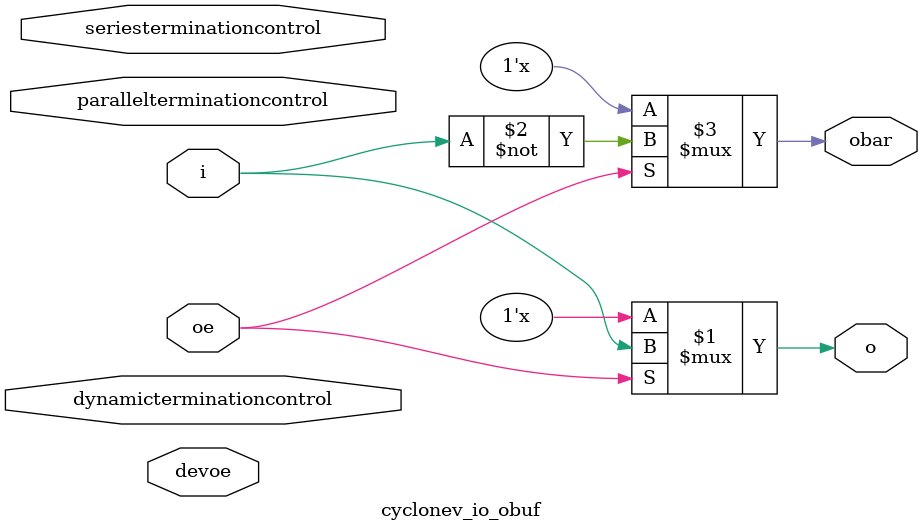
<source format=v>

module cyclonev_io_ibuf (
   i,
   o,
   dynamicterminationcontrol,
   ibar
);
parameter    bus_hold          = "false";
parameter    differential_mode = "false";
parameter    lpm_type          = "cyclonev_io_ibuf";

input        i;
output       o;
input        dynamicterminationcontrol;
input        ibar;

assign o = i;

endmodule


//
// OUTPUT BUFFER
//
module cyclonev_io_obuf (
   i,
   o,
   obar,
   oe,
   dynamicterminationcontrol,
   parallelterminationcontrol,
   seriesterminationcontrol,
   devoe
);

parameter    bus_hold          = "false";
parameter    open_drain_output = "false";
parameter    lpm_type          = "cyclonev_io_obuf";

input        i;
output       o;
output       obar;
input        oe;
input        dynamicterminationcontrol;
input [15:0] parallelterminationcontrol;
input [15:0] seriesterminationcontrol;
input        devoe;

assign o    = oe ?  i : 1'bz;
assign obar = oe ? ~i : 1'bz;

endmodule

</source>
